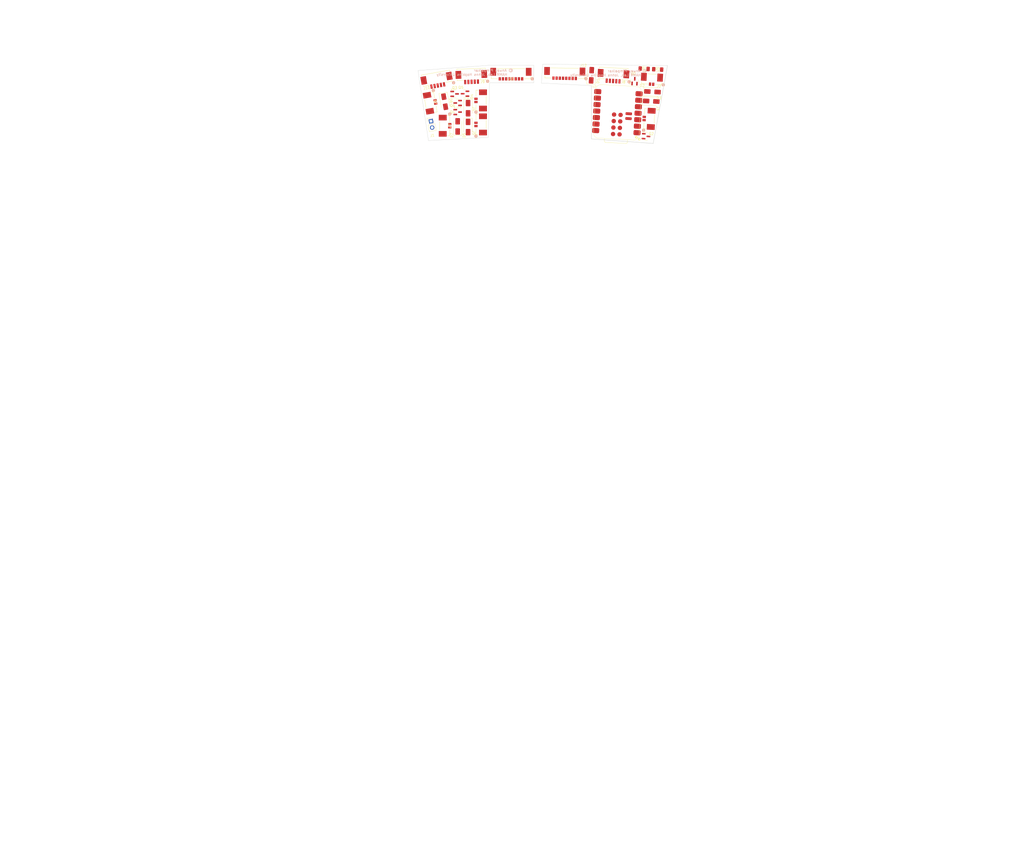
<source format=kicad_pcb>
(kicad_pcb (version 20241229) (generator "pcbnew") (generator_version "9.0")
  (layers (0 "F.Cu" signal) (2 "B.Cu" signal) (13 "F.Paste" user) (15 "B.Paste" user) (5 "F.SilkS" user "F.Silkscreen") (7 "B.SilkS" user "B.Silkscreen") (1 "F.Mask" user) (3 "B.Mask" user) (25 "Edge.Cuts" user))
  (net 0 "")
  (net 1 "5V")
  (net 2 "Net-(D3-A)")
  (net 3 "Net-(D4-A)")
  (net 4 "GND")
  (net 5 "Net-(D5-A)")
  (net 6 "V1")
  (net 7 "V2")
  (net 8 "BATTERY")
  (net 11 "SDA")
  (net 12 "SCL")
  (net 13 "Net-(D6-A)")
  (net 14 "Net-(D7-A)")
  (net 15 "3V3")
  (net 16 "Net-(D1-K)")
  (net 17 "Net-(D2-A)")
  (net 27 "V3")
  (net 28 "V4")
  (net 29 "V5")
  (net 30 "V6")
  (net 32 "5V_1")
  (net 33 "GND_1")
  (net 34 "SDA_1")
  (net 35 "SCL_1")
  (net 36 "V3_1")
  (net 37 "V5_1")
  (net 38 "V6_1")
  (net 39 "V4_1")
  (footprint "Package_TO_SOT_SMD:SOT-23" (layer "F.Cu") (at 227.780291 84.203555 -3)
    (property "Reference" "Q2" (at 1.976042 -1.120954 177) (layer "F.SilkS"))
    (property "Value" "IRLML2060")
    (fp_line (start 0 1.56) (end -0.65 1.56) (stroke (width 0.12)) (layer "F.SilkS"))
    (fp_line (start 0 1.56) (end 0.65 1.56) (stroke (width 0.12)) (layer "F.SilkS"))
    (fp_line (start 0 -1.56) (end -0.65 -1.56) (stroke (width 0.12)) (layer "F.SilkS"))
    (fp_line (start 0 -1.56) (end 0.65 -1.56) (stroke (width 0.12)) (layer "F.SilkS"))
    (fp_poly (pts (xy -1.1625 -1.51) (xy -1.4025 -1.84) (xy -0.9225 -1.84)) (stroke (width 0.12)) (fill yes) (layer "F.SilkS"))
    (pad "1" smd roundrect (at -0.9375 -0.95 357) (size 1.475 0.6) (layers "F.Cu" "F.Mask" "F.Paste") (net 7 "V2"))
    (pad "2" smd roundrect (at -0.9375 0.95 357) (size 1.475 0.6) (layers "F.Cu" "F.Mask" "F.Paste") (net 33 "GND_1"))
    (pad "3" smd roundrect (at 0.9375 0 357) (size 1.475 0.6) (layers "F.Cu" "F.Mask" "F.Paste") (net 2 "Net-(D3-A)"))
  )
  (footprint "Diode_SMD:D_SMA" (layer "F.Cu") (at 149.093111 70.668021 -80)
    (property "Reference" "D6" (at -0.000001 -2.5 100) (layer "F.SilkS"))
    (property "Value" "1N5819")
    (fp_line (start -3.51 1.65) (end 2 1.65) (stroke (width 0.12)) (layer "F.SilkS"))
    (fp_line (start -3.51 -1.65) (end -3.51 1.65) (stroke (width 0.12)) (layer "F.SilkS"))
    (fp_line (start -3.51 -1.65) (end 2 -1.65) (stroke (width 0.12)) (layer "F.SilkS"))
    (pad "1" smd roundrect (at -2.000001 0.000002 280) (size 2.5 1.8) (layers "F.Cu" "F.Mask" "F.Paste") (roundrect_rratio 0.1388888889) (net 1 "5V"))
    (pad "2" smd roundrect (at 2.000001 -0.000002 280) (size 2.5 1.8) (layers "F.Cu" "F.Mask" "F.Paste") (roundrect_rratio 0.1388888889) (net 13 "Net-(D6-A)"))
  )
  (footprint "Pneumatactors:CONN08_533980871_MOL" (layer "F.Cu") (at 175.001111 59.738221)
    (property "Reference" "J11" (at 0 1.9958 0) (layer "F.SilkS"))
    (property "Value" "532610871")
    (fp_line (start -7.6962 1.12794) (end -7.6962 1.9812) (stroke (width 0.1524)) (layer "F.SilkS"))
    (fp_line (start -7.6962 1.9812) (end -5.15224 1.9812) (stroke (width 0.1524)) (layer "F.SilkS"))
    (fp_line (start 5.15224 1.9812) (end 7.6962 1.9812) (stroke (width 0.1524)) (layer "F.SilkS"))
    (fp_line (start 5.48736 -1.9812) (end -5.48736 -1.9812) (stroke (width 0.1524)) (layer "F.SilkS"))
    (fp_line (start 7.6962 1.9812) (end 7.6962 1.12794) (stroke (width 0.1524)) (layer "F.SilkS"))
    (fp_circle (center 8.3312 1.9958) (end 8.7122 1.9958) (stroke (width 0.508)) (fill no) (layer "F.SilkS"))
    (fp_circle (center 8.3312 1.9958) (end 8.7122 1.9958) (stroke (width 0.508)) (fill no) (layer "B.SilkS"))
    (pad "1" smd rect (at 4.375 1.9958) (size 0.889 1.2954) (layers "F.Cu" "F.Mask" "F.Paste") (net 1 "5V"))
    (pad "2" smd rect (at 3.125 1.9958) (size 0.889 1.2954) (layers "F.Cu" "F.Mask" "F.Paste") (net 4 "GND"))
    (pad "3" smd rect (at 1.875 1.9958) (size 0.889 1.2954) (layers "F.Cu" "F.Mask" "F.Paste") (net 11 "SDA"))
    (pad "4" smd rect (at 0.625 1.9958) (size 0.889 1.2954) (layers "F.Cu" "F.Mask" "F.Paste") (net 12 "SCL"))
    (pad "5" smd rect (at -0.625 1.9958) (size 0.889 1.2954) (layers "F.Cu" "F.Mask" "F.Paste") (net 27 "V3"))
    (pad "6" smd rect (at -1.875 1.9958) (size 0.889 1.2954) (layers "F.Cu" "F.Mask" "F.Paste") (net 28 "V4"))
    (pad "7" smd rect (at -3.125 1.9958) (size 0.889 1.2954) (layers "F.Cu" "F.Mask" "F.Paste") (net 29 "V5"))
    (pad "8" smd rect (at -4.375 1.9958) (size 0.889 1.2954) (layers "F.Cu" "F.Mask" "F.Paste") (net 30 "V6"))
    (pad "9" smd rect (at -6.925 -0.7542) (size 2.2098 3.0988) (layers "F.Cu" "F.Mask" "F.Paste"))
    (pad "10" smd rect (at 6.925 -0.7542) (size 2.2098 3.0988) (layers "F.Cu" "F.Mask" "F.Paste"))
  )
  (footprint "Pneumatactors:CONN02_533984002_MOL" (layer "F.Cu") (at 163.317111 70.160021 -90)
    (property "Reference" "J4" (at 3.302 2.794 270) (layer "F.SilkS"))
    (property "Value" "Valve_3")
    (fp_line (start -3.9497 1.9812) (end -1.40224 1.9812) (stroke (width 0.1524)) (layer "F.SilkS"))
    (fp_line (start 1.40224 1.9812) (end 3.9497 1.9812) (stroke (width 0.1524)) (layer "F.SilkS"))
    (fp_line (start 3.9497 1.9812) (end 3.9497 1.12794) (stroke (width 0.1524)) (layer "F.SilkS"))
    (fp_line (start -3.9497 1.12794) (end -3.9497 1.9812) (stroke (width 0.1524)) (layer "F.SilkS"))
    (fp_line (start 1.73736 -1.9812) (end -1.73736 -1.9812) (stroke (width 0.1524)) (layer "F.SilkS"))
    (fp_circle (center 4.5847 1.9958) (end 4.9657 1.9958) (stroke (width 0.508)) (fill no) (layer "F.SilkS"))
    (fp_circle (center 4.5847 1.9958) (end 4.9657 1.9958) (stroke (width 0.508)) (fill no) (layer "B.SilkS"))
    (pad "1" smd rect (at 0.625 1.9958 270) (size 0.889 1.2954) (layers "F.Cu" "F.Mask" "F.Paste") (net 3 "Net-(D4-A)"))
    (pad "2" smd rect (at -0.625 1.9958 270) (size 0.889 1.2954) (layers "F.Cu" "F.Mask" "F.Paste") (net 1 "5V"))
    (pad "3" smd rect (at -3.175 -0.7542 270) (size 2.2098 3.0988) (layers "F.Cu" "F.Mask" "F.Paste"))
    (pad "4" smd rect (at 3.175 -0.7542 270) (size 2.2098 3.0988) (layers "F.Cu" "F.Mask" "F.Paste"))
  )
  (footprint "Resistor_SMD:R_1206_3216Metric_Pad1.30x1.75mm_HandSolder" (layer "F.Cu") (at 227.042167 57.787555 -3)
    (property "Reference" "R1" (at 0.023843 -0.00125 177) (layer "F.SilkS"))
    (property "Value" "10k")
    (fp_line (start -0.727064 0.91) (end 0.727064 0.91) (stroke (width 0.12)) (layer "F.SilkS"))
    (fp_line (start -0.727064 -0.91) (end 0.727064 -0.91) (stroke (width 0.12)) (layer "F.SilkS"))
    (pad "1" smd roundrect (at -1.55 0 357) (size 1.3 1.75) (layers "F.Cu" "F.Mask" "F.Paste") (roundrect_rratio 0.192308) (net 34 "SDA_1"))
    (pad "2" smd roundrect (at 1.55 0 357) (size 1.3 1.75) (layers "F.Cu" "F.Mask" "F.Paste") (roundrect_rratio 0.192308) (net 15 "3V3"))
  )
  (footprint "Pneumatactors:CONN08_533980871_MOL" (layer "F.Cu") (at 196.008789 59.525704 -1)
    (property "Reference" "J12" (at 7.209679 -3.175678 359) (layer "F.SilkS"))
    (property "Value" "532610871")
    (fp_line (start -7.6962 1.9812) (end -5.15224 1.9812) (stroke (width 0.1524)) (layer "F.SilkS"))
    (fp_line (start -7.696201 1.12794) (end -7.6962 1.9812) (stroke (width 0.1524)) (layer "F.SilkS"))
    (fp_line (start 5.152239 1.9812) (end 7.6962 1.981201) (stroke (width 0.1524)) (layer "F.SilkS"))
    (fp_line (start 5.48736 -1.9812) (end -5.48736 -1.9812) (stroke (width 0.1524)) (layer "F.SilkS"))
    (fp_line (start 7.6962 1.981201) (end 7.696198 1.12794) (stroke (width 0.1524)) (layer "F.SilkS"))
    (fp_circle (center 8.331199 1.995801) (end 8.712199 1.9958) (stroke (width 0.508)) (fill no) (layer "F.SilkS"))
    (fp_circle (center 8.331199 1.995801) (end 8.712199 1.9958) (stroke (width 0.508)) (fill no) (layer "B.SilkS"))
    (pad "1" smd rect (at 4.375 1.995801 359) (size 0.889 1.2954) (layers "F.Cu" "F.Mask" "F.Paste") (net 38 "V6_1"))
    (pad "2" smd rect (at 3.125 1.9958 359) (size 0.889 1.2954) (layers "F.Cu" "F.Mask" "F.Paste") (net 37 "V5_1"))
    (pad "3" smd rect (at 1.875 1.995801 359) (size 0.889 1.2954) (layers "F.Cu" "F.Mask" "F.Paste") (net 39 "V4_1"))
    (pad "4" smd rect (at 0.625 1.9958 359) (size 0.889 1.2954) (layers "F.Cu" "F.Mask" "F.Paste") (net 36 "V3_1"))
    (pad "5" smd rect (at -0.625 1.9958 359) (size 0.889 1.2954) (layers "F.Cu" "F.Mask" "F.Paste") (net 35 "SCL_1"))
    (pad "6" smd rect (at -1.875 1.9958 359) (size 0.889 1.2954) (layers "F.Cu" "F.Mask" "F.Paste") (net 34 "SDA_1"))
    (pad "7" smd rect (at -3.124999 1.9958 359) (size 0.889 1.2954) (layers "F.Cu" "F.Mask" "F.Paste") (net 33 "GND_1"))
    (pad "8" smd rect (at -4.375 1.9958 359) (size 0.889 1.2954) (layers "F.Cu" "F.Mask" "F.Paste") (net 32 "5V_1"))
    (pad "9" smd rect (at -6.924999 -0.7542 359) (size 2.2098 3.0988) (layers "F.Cu" "F.Mask" "F.Paste"))
    (pad "10" smd rect (at 6.925 -0.754201 359) (size 2.2098 3.0988) (layers "F.Cu" "F.Mask" "F.Paste"))
  )
  (footprint "XIAO-ESP32S3:XIAO-ESP32S3-SMD" (layer "F.Cu") (at 216.604291 74.805555 177)
    (property "Reference" "U2" (at 10.397571 9.120332 177) (layer "F.SilkS") (effects (font (size 0.78232 0.78232) (thickness 0.10668)) (justify left bottom)))
    (property "Value" "SeeeduinoXIAO")
    (fp_line (start 8.883636 8.56) (end 8.883636 -8.585) (stroke (width 0.1)) (layer "F.SilkS"))
    (fp_line (start 6.978636 -10.49) (end -6.991364 -10.49) (stroke (width 0.1)) (layer "F.SilkS"))
    (fp_line (start 4.497636 -11.5) (end 4.497636 -10.49) (stroke (width 0.127)) (layer "F.SilkS"))
    (fp_line (start -3.997636 -12) (end 3.997636 -12) (stroke (width 0.127)) (layer "F.SilkS"))
    (fp_line (start -4.501364 -10.49) (end -4.497636 -11.500272) (stroke (width 0.127)) (layer "F.SilkS"))
    (fp_line (start -6.991364 10.465) (end 6.978636 10.465) (stroke (width 0.1)) (layer "F.SilkS"))
    (fp_line (start -8.896364 8.56) (end -8.896364 -8.585) (stroke (width 0.1)) (layer "F.SilkS"))
    (fp_arc (start 8.883636 8.56) (mid 8.325674 9.907038) (end 6.978636 10.465) (stroke (width 0.1)) (layer "F.SilkS"))
    (fp_arc (start 6.978636 -10.49) (mid 8.325674 -9.932038) (end 8.883636 -8.585) (stroke (width 0.1)) (layer "F.SilkS"))
    (fp_arc (start 3.997636 -12) (mid 4.351189 -11.853553) (end 4.497636 -11.5) (stroke (width 0.127)) (layer "F.SilkS"))
    (fp_arc (start -4.497636 -11.500272) (mid -4.351088 -11.853644) (end -3.997636 -12) (stroke (width 0.127)) (layer "F.SilkS"))
    (fp_arc (start -6.991364 10.465) (mid -8.338402 9.90704) (end -8.896364 8.56) (stroke (width 0.1)) (layer "F.SilkS"))
    (fp_arc (start -8.896364 -8.589) (mid -8.338402 -9.936038) (end -6.991364 -10.494) (stroke (width 0.1)) (layer "F.SilkS"))
    (fp_circle (center -7.889364 -9.351) (end -7.889364 -9.605) (stroke (width 0.5)) (fill yes) (layer "F.SilkS"))
    (fp_circle (center -9.106364 -10.074) (end -9.106364 -10.328) (stroke (width 0.5)) (fill yes) (layer "F.SilkS"))
    (pad "1" smd roundrect (at -8.061364 -7.573 177) (size 2.75 2) (layers "F.Cu" "F.Mask" "F.Paste") (net 6 "V1"))
    (pad "2" smd roundrect (at -8.061364 -5.033 177) (size 2.75 2) (layers "F.Cu" "F.Mask" "F.Paste") (net 7 "V2"))
    (pad "3" smd roundrect (at -8.061364 -2.493 177) (size 2.75 2) (layers "F.Cu" "F.Mask" "F.Paste") (net 36 "V3_1"))
    (pad "4" smd roundrect (at -8.061364 0.047 177) (size 2.75 2) (layers "F.Cu" "F.Mask" "F.Paste") (net 39 "V4_1"))
    (pad "5" smd roundrect (at -8.061364 2.587 177) (size 2.75 2) (layers "F.Cu" "F.Mask" "F.Paste") (net 34 "SDA_1"))
    (pad "6" smd roundrect (at -8.061364 5.127 177) (size 2.75 2) (layers "F.Cu" "F.Mask" "F.Paste") (net 35 "SCL_1"))
    (pad "7" smd roundrect (at -8.061364 7.667 177) (size 2.75 2) (layers "F.Cu" "F.Mask" "F.Paste"))
    (pad "8" smd roundrect (at 8.103636 7.667 177) (size 2.75 2) (layers "F.Cu" "F.Mask" "F.Paste"))
    (pad "9" smd roundrect (at 8.103636 5.127 177) (size 2.75 2) (layers "F.Cu" "F.Mask" "F.Paste") (net 37 "V5_1"))
    (pad "10" smd roundrect (at 8.103636 2.587 177) (size 2.75 2) (layers "F.Cu" "F.Mask" "F.Paste") (net 38 "V6_1"))
    (pad "11" smd roundrect (at 8.103636 0.047 177) (size 2.75 2) (layers "F.Cu" "F.Mask" "F.Paste"))
    (pad "12" smd roundrect (at 8.103636 -2.493 177) (size 2.75 2) (layers "F.Cu" "F.Mask" "F.Paste") (net 15 "3V3"))
    (pad "13" smd roundrect (at 8.103636 -5.033 177) (size 2.75 2) (layers "F.Cu" "F.Mask" "F.Paste") (net 33 "GND_1"))
    (pad "14" smd roundrect (at 8.103636 -7.573 177) (size 2.75 2) (layers "F.Cu" "F.Mask" "F.Paste") (net 16 "Net-(D1-K)"))
    (pad "15" smd roundrect (at -4.451364 -0.335 357) (size 2.5 1.1) (layers "F.Cu" "F.Mask" "F.Paste"))
    (pad "16" smd roundrect (at -4.451364 -2.24 357) (size 2.5 1.1) (layers "F.Cu" "F.Mask" "F.Paste"))
    (pad "17" smd circle (at -1.276364 -8.585 177) (size 1.7 1.7) (layers "F.Cu" "F.Mask" "F.Paste"))
    (pad "18" smd circle (at 1.263636 -8.585 177) (size 1.7 1.7) (layers "F.Cu" "F.Mask" "F.Paste"))
    (pad "19" smd circle (at -1.276364 -6.045 177) (size 1.7 1.7) (layers "F.Cu" "F.Mask" "F.Paste"))
    (pad "20" smd circle (at 1.263636 -6.045 177) (size 1.7 1.7) (layers "F.Cu" "F.Mask" "F.Paste"))
    (pad "21" smd circle (at -1.276364 -3.505 177) (size 1.7 1.7) (layers "F.Cu" "F.Mask" "F.Paste"))
    (pad "22" smd circle (at 1.263636 -3.505 177) (size 1.7 1.7) (layers "F.Cu" "F.Mask" "F.Paste"))
    (pad "23" smd circle (at -1.276364 -0.965 177) (size 1.7 1.7) (layers "F.Cu" "F.Mask" "F.Paste"))
    (pad "24" smd circle (at 1.263636 -0.965 177) (size 1.7 1.7) (layers "F.Cu" "F.Mask" "F.Paste"))
  )
  (footprint "Diode_SMD:D_SMA" (layer "F.Cu") (at 206.444291 60.327555 87)
    (property "Reference" "D1" (at -2.149934 2.656159 87) (layer "F.SilkS"))
    (property "Value" "1N5819")
    (fp_line (start -3.51 -1.65) (end 2 -1.65) (stroke (width 0.12)) (layer "F.SilkS"))
    (fp_line (start -3.51 -1.65) (end -3.51 1.65) (stroke (width 0.12)) (layer "F.SilkS"))
    (fp_line (start -3.51 1.65) (end 2 1.65) (stroke (width 0.12)) (layer "F.SilkS"))
    (pad "1" smd roundrect (at -2 0 87) (size 2.5 1.8) (layers "F.Cu" "F.Mask" "F.Paste") (roundrect_rratio 0.1388888889) (net 16 "Net-(D1-K)"))
    (pad "2" smd roundrect (at 2 0 87) (size 2.5 1.8) (layers "F.Cu" "F.Mask" "F.Paste") (roundrect_rratio 0.1388888889) (net 32 "5V_1"))
  )
  (footprint "Connector_PinHeader_2.54mm:PinHeader_1x02_P2.54mm_Vertical" (layer "F.Cu") (at 143.759111 78.288021 10)
    (property "Reference" "J1" (at -0.470064 5.591319 10) (layer "F.SilkS"))
    (property "Value" "Conn_01x02_Pin")
    (fp_line (start -1.38 -1.38) (end 0.000001 -1.38) (stroke (width 0.12)) (layer "F.SilkS"))
    (fp_line (start -1.38 -0.000001) (end -1.38 -1.38) (stroke (width 0.12)) (layer "F.SilkS"))
    (fp_line (start -1.38 1.27) (end -1.38 3.92) (stroke (width 0.12)) (layer "F.SilkS"))
    (fp_line (start -1.38 1.27) (end 1.38 1.27) (stroke (width 0.12)) (layer "F.SilkS"))
    (fp_line (start -1.38 3.92) (end 1.38 3.92) (stroke (width 0.12)) (layer "F.SilkS"))
    (fp_line (start 1.38 1.27) (end 1.38 3.92) (stroke (width 0.12)) (layer "F.SilkS"))
    (pad "1" thru_hole rect (at 0 0 10) (size 1.7 1.7) (drill 1) (layers "*.Cu" "*.Mask") (net 4 "GND"))
    (pad "2" thru_hole circle (at 0 2.54 10) (size 1.7 1.7) (drill 1) (layers "*.Cu" "*.Mask") (net 8 "BATTERY"))
  )
  (footprint "Package_TO_SOT_SMD:SOT-23" (layer "F.Cu") (at 152.981611 67.620021)
    (property "Reference" "Q3" (at 0 -2.4 0) (layer "F.SilkS"))
    (property "Value" "IRLML2060")
    (fp_line (start 0 -1.56) (end -0.65 -1.56) (stroke (width 0.12)) (layer "F.SilkS"))
    (fp_line (start 0 -1.56) (end 0.65 -1.56) (stroke (width 0.12)) (layer "F.SilkS"))
    (fp_line (start 0 1.56) (end -0.65 1.56) (stroke (width 0.12)) (layer "F.SilkS"))
    (fp_line (start 0 1.56) (end 0.65 1.56) (stroke (width 0.12)) (layer "F.SilkS"))
    (fp_poly (pts (xy -1.1625 -1.51) (xy -1.4025 -1.84) (xy -0.9225 -1.84)) (stroke (width 0.12)) (fill yes) (layer "F.SilkS"))
    (pad "1" smd roundrect (at -0.9375 -0.95) (size 1.475 0.6) (layers "F.Cu" "F.Mask" "F.Paste") (net 27 "V3"))
    (pad "2" smd roundrect (at -0.9375 0.95) (size 1.475 0.6) (layers "F.Cu" "F.Mask" "F.Paste") (net 4 "GND"))
    (pad "3" smd roundrect (at 0.9375 0) (size 1.475 0.6) (layers "F.Cu" "F.Mask" "F.Paste") (net 3 "Net-(D4-A)"))
  )
  (footprint "Diode_SMD:D_SMA" (layer "F.Cu") (at 230.28555 66.782227 -3)
    (property "Reference" "D2" (at -4.148855 -2.176521 177) (layer "F.SilkS"))
    (property "Value" "1N5819")
    (fp_line (start -3.51 1.65) (end 2 1.65) (stroke (width 0.12)) (layer "F.SilkS"))
    (fp_line (start -3.51 -1.65) (end -3.51 1.65) (stroke (width 0.12)) (layer "F.SilkS"))
    (fp_line (start -3.51 -1.65) (end 2 -1.65) (stroke (width 0.12)) (layer "F.SilkS"))
    (pad "1" smd roundrect (at -2 0 357) (size 2.5 1.8) (layers "F.Cu" "F.Mask" "F.Paste") (roundrect_rratio 0.1388888889) (net 32 "5V_1"))
    (pad "2" smd roundrect (at 2 0 357) (size 2.5 1.8) (layers "F.Cu" "F.Mask" "F.Paste") (roundrect_rratio 0.1388888889) (net 17 "Net-(D2-A)"))
  )
  (footprint "Pneumatactors:CONN_532610001-SD_05_MOL" (layer "F.Cu") (at 215.055613 59.684129 -3)
    (property "Reference" "J8" (at 3.977592 3.098075 357) (layer "F.SilkS"))
    (property "Value" "532610571")
    (fp_line (start -5.6261 2.2225) (end -3.23914 2.2225) (stroke (width 0.1524)) (layer "F.SilkS"))
    (fp_line (start -5.6261 1.886641) (end -5.6261 2.2225) (stroke (width 0.1524)) (layer "F.SilkS"))
    (fp_line (start -5.6261 -2.2225) (end -5.6261 -1.877639) (stroke (width 0.1524)) (layer "F.SilkS"))
    (fp_line (start 3.23914 2.2225) (end 5.6261 2.2225) (stroke (width 0.1524)) (layer "F.SilkS"))
    (fp_line (start 5.6261 2.2225) (end 5.6261 1.886641) (stroke (width 0.1524)) (layer "F.SilkS"))
    (fp_line (start 5.6261 -1.877639) (end 5.6261 -2.2225) (stroke (width 0.1524)) (layer "F.SilkS"))
    (fp_line (start 5.6261 -2.2225) (end -5.6261 -2.2225) (stroke (width 0.1524)) (layer "F.SilkS"))
    (fp_circle (center 6.2611 2.9045) (end 6.6421 2.9045) (stroke (width 0.508)) (fill no) (layer "F.SilkS"))
    (fp_circle (center 6.2611 2.9045) (end 6.6421 2.9045) (stroke (width 0.508)) (fill no) (layer "B.SilkS"))
    (pad "1" smd rect (at 2.5 2.9045 357) (size 0.8128 1.7018) (layers "F.Cu" "F.Mask" "F.Paste"))
    (pad "2" smd rect (at 1.25 2.9045 357) (size 0.8128 1.7018) (layers "F.Cu" "F.Mask" "F.Paste") (net 33 "GND_1"))
    (pad "3" smd rect (at 0 2.9045 357) (size 0.8128 1.7018) (layers "F.Cu" "F.Mask" "F.Paste") (net 35 "SCL_1"))
    (pad "4" smd rect (at -1.25 2.9045 357) (size 0.8128 1.7018) (layers "F.Cu" "F.Mask" "F.Paste") (net 34 "SDA_1"))
    (pad "5" smd rect (at -2.5 2.9045 357) (size 0.8128 1.7018) (layers "F.Cu" "F.Mask" "F.Paste") (net 32 "5V_1"))
    (pad "6" smd rect (at -5.05 0.004501 357) (size 2.2098 3.0988) (layers "F.Cu" "F.Mask" "F.Paste"))
    (pad "7" smd rect (at 5.05 0.004501 357) (size 2.2098 3.0988) (layers "F.Cu" "F.Mask" "F.Paste"))
  )
  (footprint "Diode_SMD:D_SMA" (layer "F.Cu") (at 229.812291 70.487555 -3)
    (property "Reference" "D3" (at 2.977356 -1.427782 177) (layer "F.SilkS"))
    (property "Value" "1N5819")
    (fp_line (start -3.51 1.65) (end 2 1.65) (stroke (width 0.12)) (layer "F.SilkS"))
    (fp_line (start -3.51 -1.65) (end -3.51 1.65) (stroke (width 0.12)) (layer "F.SilkS"))
    (fp_line (start -3.51 -1.65) (end 2 -1.65) (stroke (width 0.12)) (layer "F.SilkS"))
    (pad "1" smd roundrect (at -2 0 357) (size 2.5 1.8) (layers "F.Cu" "F.Mask" "F.Paste") (roundrect_rratio 0.1388888889) (net 32 "5V_1"))
    (pad "2" smd roundrect (at 2 0 357) (size 2.5 1.8) (layers "F.Cu" "F.Mask" "F.Paste") (roundrect_rratio 0.1388888889) (net 2 "Net-(D3-A)"))
  )
  (footprint "Pneumatactors:CONN02_533984002_MOL" (layer "F.Cu") (at 149.093111 80.066021 90)
    (property "Reference" "J7" (at 0 1.9958 90) (layer "F.SilkS"))
    (property "Value" "Valve_6")
    (fp_line (start 1.73736 -1.9812) (end -1.73736 -1.9812) (stroke (width 0.1524)) (layer "F.SilkS"))
    (fp_line (start -3.9497 1.12794) (end -3.9497 1.9812) (stroke (width 0.1524)) (layer "F.SilkS"))
    (fp_line (start 3.9497 1.9812) (end 3.9497 1.12794) (stroke (width 0.1524)) (layer "F.SilkS"))
    (fp_line (start 1.40224 1.9812) (end 3.9497 1.9812) (stroke (width 0.1524)) (layer "F.SilkS"))
    (fp_line (start -3.9497 1.9812) (end -1.40224 1.9812) (stroke (width 0.1524)) (layer "F.SilkS"))
    (fp_circle (center 4.5847 1.9958) (end 4.9657 1.9958) (stroke (width 0.508)) (fill no) (layer "F.SilkS"))
    (fp_circle (center 4.5847 1.9958) (end 4.9657 1.9958) (stroke (width 0.508)) (fill no) (layer "B.SilkS"))
    (pad "1" smd rect (at 0.625 1.9958 90) (size 0.889 1.2954) (layers "F.Cu" "F.Mask" "F.Paste") (net 14 "Net-(D7-A)"))
    (pad "2" smd rect (at -0.625 1.9958 90) (size 0.889 1.2954) (layers "F.Cu" "F.Mask" "F.Paste") (net 1 "5V"))
    (pad "3" smd rect (at -3.175 -0.7542 90) (size 2.2098 3.0988) (layers "F.Cu" "F.Mask" "F.Paste"))
    (pad "4" smd rect (at 3.175 -0.7542 90) (size 2.2098 3.0988) (layers "F.Cu" "F.Mask" "F.Paste"))
  )
  (footprint "Pneumatactors:CONN_532610001-SD_05_MOL" (layer "F.Cu") (at 159.507111 60.000021 2)
    (property "Reference" "J9" (at 4.318 3.048 2) (layer "F.SilkS"))
    (property "Value" "532610571")
    (fp_line (start -5.6261 -2.2225) (end -5.6261 -1.877639) (stroke (width 0.1524)) (layer "F.SilkS"))
    (fp_line (start -5.6261 1.886641) (end -5.6261 2.2225) (stroke (width 0.1524)) (layer "F.SilkS"))
    (fp_line (start -5.6261 2.2225) (end -3.23914 2.2225) (stroke (width 0.1524)) (layer "F.SilkS"))
    (fp_line (start 3.23914 2.2225) (end 5.6261 2.2225) (stroke (width 0.1524)) (layer "F.SilkS"))
    (fp_line (start 5.6261 -2.2225) (end -5.6261 -2.2225) (stroke (width 0.1524)) (layer "F.SilkS"))
    (fp_line (start 5.6261 -1.877639) (end 5.6261 -2.2225) (stroke (width 0.1524)) (layer "F.SilkS"))
    (fp_line (start 5.6261 2.2225) (end 5.6261 1.886641) (stroke (width 0.1524)) (layer "F.SilkS"))
    (fp_circle (center 6.2611 2.9045) (end 6.6421 2.9045) (stroke (width 0.508)) (fill no) (layer "F.SilkS"))
    (fp_circle (center 6.2611 2.9045) (end 6.6421 2.9045) (stroke (width 0.508)) (fill no) (layer "B.SilkS"))
    (pad "1" smd rect (at 2.5 2.9045 2) (size 0.8128 1.7018) (layers "F.Cu" "F.Mask" "F.Paste"))
    (pad "2" smd rect (at 1.25 2.9045 2) (size 0.8128 1.7018) (layers "F.Cu" "F.Mask" "F.Paste") (net 4 "GND"))
    (pad "3" smd rect (at 0 2.9045 2) (size 0.8128 1.7018) (layers "F.Cu" "F.Mask" "F.Paste") (net 12 "SCL"))
    (pad "4" smd rect (at -1.25 2.9045 2) (size 0.8128 1.7018) (layers "F.Cu" "F.Mask" "F.Paste") (net 11 "SDA"))
    (pad "5" smd rect (at -2.5 2.9045 2) (size 0.8128 1.7018) (layers "F.Cu" "F.Mask" "F.Paste") (net 1 "5V"))
    (pad "6" smd rect (at -5.05 0.004501 2) (size 2.2098 3.0988) (layers "F.Cu" "F.Mask" "F.Paste"))
    (pad "7" smd rect (at 5.05 0.004501 2) (size 2.2098 3.0988) (layers "F.Cu" "F.Mask" "F.Paste"))
  )
  (footprint "Package_TO_SOT_SMD:SOT-23" (layer "F.Cu") (at 154.173111 71.176021 180)
    (property "Reference" "Q6" (at 2.032 -1.016 0) (layer "F.SilkS"))
    (property "Value" "IRLML2060")
    (fp_line (start 0 1.56) (end 0.65 1.56) (stroke (width 0.12)) (layer "F.SilkS"))
    (fp_line (start 0 1.56) (end -0.65 1.56) (stroke (width 0.12)) (layer "F.SilkS"))
    (fp_line (start 0 -1.56) (end 0.65 -1.56) (stroke (width 0.12)) (layer "F.SilkS"))
    (fp_line (start 0 -1.56) (end -0.65 -1.56) (stroke (width 0.12)) (layer "F.SilkS"))
    (fp_poly (pts (xy -1.1625 -1.51) (xy -1.4025 -1.84) (xy -0.9225 -1.84)) (stroke (width 0.12)) (fill yes) (layer "F.SilkS"))
    (pad "1" smd roundrect (at -0.9375 -0.95 180) (size 1.475 0.6) (layers "F.Cu" "F.Mask" "F.Paste") (net 30 "V6"))
    (pad "2" smd roundrect (at -0.9375 0.95 180) (size 1.475 0.6) (layers "F.Cu" "F.Mask" "F.Paste") (net 4 "GND"))
    (pad "3" smd roundrect (at 0.9375 0 180) (size 1.475 0.6) (layers "F.Cu" "F.Mask" "F.Paste") (net 14 "Net-(D7-A)"))
  )
  (footprint "Resistor_SMD:R_1206_3216Metric_Pad1.30x1.75mm_HandSolder" (layer "F.Cu") (at 232.328415 58.041555 -3)
    (property "Reference" "R2" (at 0.023843 -0.00125 177) (layer "F.SilkS"))
    (property "Value" "10k")
    (fp_line (start -0.727064 0.91) (end 0.727064 0.91) (stroke (width 0.12)) (layer "F.SilkS"))
    (fp_line (start -0.727064 -0.91) (end 0.727064 -0.91) (stroke (width 0.12)) (layer "F.SilkS"))
    (pad "1" smd roundrect (at -1.55 0 357) (size 1.3 1.75) (layers "F.Cu" "F.Mask" "F.Paste") (roundrect_rratio 0.192308) (net 35 "SCL_1"))
    (pad "2" smd roundrect (at 1.55 0 357) (size 1.3 1.75) (layers "F.Cu" "F.Mask" "F.Paste") (roundrect_rratio 0.192308) (net 15 "3V3"))
  )
  (footprint "Package_TO_SOT_SMD:SOT-23" (layer "F.Cu") (at 157.045611 67.554021 180)
    (property "Reference" "Q5" (at 1.6025 2.474 0) (layer "F.SilkS"))
    (property "Value" "IRLML2060")
    (fp_line (start 0 1.56) (end 0.65 1.56) (stroke (width 0.12)) (layer "F.SilkS"))
    (fp_line (start 0 1.56) (end -0.65 1.56) (stroke (width 0.12)) (layer "F.SilkS"))
    (fp_line (start 0 -1.56) (end 0.65 -1.56) (stroke (width 0.12)) (layer "F.SilkS"))
    (fp_line (start 0 -1.56) (end -0.65 -1.56) (stroke (width 0.12)) (layer "F.SilkS"))
    (fp_poly (pts (xy -1.1625 -1.51) (xy -1.4025 -1.84) (xy -0.9225 -1.84)) (stroke (width 0.12)) (fill yes) (layer "F.SilkS"))
    (pad "1" smd roundrect (at -0.9375 -0.95 180) (size 1.475 0.6) (layers "F.Cu" "F.Mask" "F.Paste") (net 29 "V5"))
    (pad "2" smd roundrect (at -0.9375 0.95 180) (size 1.475 0.6) (layers "F.Cu" "F.Mask" "F.Paste") (net 4 "GND"))
    (pad "3" smd roundrect (at 0.9375 0 180) (size 1.475 0.6) (layers "F.Cu" "F.Mask" "F.Paste") (net 13 "Net-(D6-A)"))
  )
  (footprint "Pneumatactors:CONN02_533984002_MOL" (layer "F.Cu") (at 230.066291 61.851555 -3)
    (property "Reference" "J2" (at 2.936398 2.643944 357) (layer "F.SilkS"))
    (property "Value" "Valve_1")
    (fp_line (start -3.9497 1.9812) (end -1.40224 1.9812) (stroke (width 0.1524)) (layer "F.SilkS"))
    (fp_line (start -3.9497 1.12794) (end -3.9497 1.9812) (stroke (width 0.1524)) (layer "F.SilkS"))
    (fp_line (start 1.40224 1.9812) (end 3.9497 1.9812) (stroke (width 0.1524)) (layer "F.SilkS"))
    (fp_line (start 1.73736 -1.9812) (end -1.73736 -1.9812) (stroke (width 0.1524)) (layer "F.SilkS"))
    (fp_line (start 3.9497 1.9812) (end 3.9497 1.12794) (stroke (width 0.1524)) (layer "F.SilkS"))
    (fp_circle (center 4.5847 1.9958) (end 4.9657 1.995797) (stroke (width 0.508)) (fill no) (layer "F.SilkS"))
    (fp_circle (center 4.5847 1.9958) (end 4.9657 1.995797) (stroke (width 0.508)) (fill no) (layer "B.SilkS"))
    (pad "1" smd rect (at 0.625 1.9958 357) (size 0.889 1.2954) (layers "F.Cu" "F.Mask" "F.Paste") (net 17 "Net-(D2-A)"))
    (pad "2" smd rect (at -0.625 1.9958 357) (size 0.889 1.2954) (layers "F.Cu" "F.Mask" "F.Paste") (net 32 "5V_1"))
    (pad "3" smd rect (at -3.175 -0.7542 357) (size 2.2098 3.0988) (layers "F.Cu" "F.Mask" "F.Paste"))
    (pad "4" smd rect (at 3.175 -0.7542 357) (size 2.2098 3.0988) (layers "F.Cu" "F.Mask" "F.Paste"))
  )
  (footprint "Package_TO_SOT_SMD:SOT-23" (layer "F.Cu") (at 223.324658 62.643621 87)
    (property "Reference" "Q1" (at 3.054464 -0.530953 177) (layer "F.SilkS"))
    (property "Value" "IRLML2060")
    (fp_line (start 0 -1.56) (end -0.65 -1.56) (stroke (width 0.12)) (layer "F.SilkS"))
    (fp_line (start 0 -1.56) (end 0.65 -1.56) (stroke (width 0.12)) (layer "F.SilkS"))
    (fp_line (start 0 1.56) (end -0.65 1.56) (stroke (width 0.12)) (layer "F.SilkS"))
    (fp_line (start 0 1.56) (end 0.65 1.56) (stroke (width 0.12)) (layer "F.SilkS"))
    (fp_poly (pts (xy -1.1625 -1.51) (xy -1.4025 -1.84) (xy -0.9225 -1.84)) (stroke (width 0.12)) (fill yes) (layer "F.SilkS"))
    (pad "1" smd roundrect (at -0.9375 -0.95 87) (size 1.475 0.6) (layers "F.Cu" "F.Mask" "F.Paste") (net 6 "V1"))
    (pad "2" smd roundrect (at -0.9375 0.95 87) (size 1.475 0.6) (layers "F.Cu" "F.Mask" "F.Paste") (net 33 "GND_1"))
    (pad "3" smd roundrect (at 0.9375 0 87) (size 1.475 0.6) (layers "F.Cu" "F.Mask" "F.Paste") (net 17 "Net-(D2-A)"))
  )
  (footprint "Pneumatactors:CONN_532610001-SD_05_MOL" (layer "F.Cu") (at 145.901111 61.478021 10)
    (property "Reference" "J10" (at -4.42253 3.145158 10) (layer "F.SilkS"))
    (property "Value" "532610571")
    (fp_line (start -5.6261 -2.2225) (end -5.6261 -1.877638) (stroke (width 0.1524)) (layer "F.SilkS"))
    (fp_line (start -5.6261 1.886641) (end -5.6261 2.2225) (stroke (width 0.1524)) (layer "F.SilkS"))
    (fp_line (start -5.6261 2.2225) (end -3.23914 2.222499) (stroke (width 0.1524)) (layer "F.SilkS"))
    (fp_line (start 3.23914 2.222499) (end 5.6261 2.2225) (stroke (width 0.1524)) (layer "F.SilkS"))
    (fp_line (start 5.6261 -2.2225) (end -5.6261 -2.2225) (stroke (width 0.1524)) (layer "F.SilkS"))
    (fp_line (start 5.6261 -1.877639) (end 5.6261 -2.2225) (stroke (width 0.1524)) (layer "F.SilkS"))
    (fp_line (start 5.6261 2.2225) (end 5.6261 1.886641) (stroke (width 0.1524)) (layer "F.SilkS"))
    (fp_circle (center 6.2611 2.9045) (end 6.642099 2.9045) (stroke (width 0.508)) (fill no) (layer "F.SilkS"))
    (fp_circle (center 6.2611 2.9045) (end 6.642099 2.9045) (stroke (width 0.508)) (fill no) (layer "B.SilkS"))
    (pad "1" smd rect (at 2.499999 2.9045 10) (size 0.8128 1.7018) (layers "F.Cu" "F.Mask" "F.Paste"))
    (pad "2" smd rect (at 1.25 2.904499 10) (size 0.8128 1.7018) (layers "F.Cu" "F.Mask" "F.Paste") (net 4 "GND"))
    (pad "3" smd rect (at 0 2.9045 10) (size 0.8128 1.7018) (layers "F.Cu" "F.Mask" "F.Paste") (net 12 "SCL"))
    (pad "4" smd rect (at -1.25 2.9045 10) (size 0.8128 1.7018) (layers "F.Cu" "F.Mask" "F.Paste") (net 11 "SDA"))
    (pad "5" smd rect (at -2.500001 2.9045 10) (size 0.8128 1.7018) (layers "F.Cu" "F.Mask" "F.Paste") (net 1 "5V"))
    (pad "6" smd rect (at -5.05 0.004501 10) (size 2.2098 3.0988) (layers "F.Cu" "F.Mask" "F.Paste"))
    (pad "7" smd rect (at 5.05 0.004501 10) (size 2.2098 3.0988) (layers "F.Cu" "F.Mask" "F.Paste"))
  )
  (footprint "Diode_SMD:D_SMA" (layer "F.Cu") (at 154.173111 80.320021 90)
    (property "Reference" "D7" (at -3.556 -2.286 90) (layer "F.SilkS"))
    (property "Value" "1N5819")
    (fp_line (start -3.51 -1.65) (end 2 -1.65) (stroke (width 0.12)) (layer "F.SilkS"))
    (fp_line (start -3.51 -1.65) (end -3.51 1.65) (stroke (width 0.12)) (layer "F.SilkS"))
    (fp_line (start -3.51 1.65) (end 2 1.65) (stroke (width 0.12)) (layer "F.SilkS"))
    (pad "1" smd roundrect (at -2 0 90) (size 2.5 1.8) (layers "F.Cu" "F.Mask" "F.Paste") (roundrect_rratio 0.1388888889) (net 1 "5V"))
    (pad "2" smd roundrect (at 2 0 90) (size 2.5 1.8) (layers "F.Cu" "F.Mask" "F.Paste") (roundrect_rratio 0.1388888889) (net 14 "Net-(D7-A)"))
  )
  (footprint "Diode_SMD:D_SMA" (layer "F.Cu") (at 158.237111 80.574021 -90)
    (property "Reference" "D5" (at 3.302 1.524 270) (layer "F.SilkS"))
    (property "Value" "1N5819")
    (fp_line (start -3.51 1.65) (end 2 1.65) (stroke (width 0.12)) (layer "F.SilkS"))
    (fp_line (start -3.51 -1.65) (end -3.51 1.65) (stroke (width 0.12)) (layer "F.SilkS"))
    (fp_line (start -3.51 -1.65) (end 2 -1.65) (stroke (width 0.12)) (layer "F.SilkS"))
    (pad "1" smd roundrect (at -2 0 270) (size 2.5 1.8) (layers "F.Cu" "F.Mask" "F.Paste") (roundrect_rratio 0.1388888889) (net 1 "5V"))
    (pad "2" smd roundrect (at 2 0 270) (size 2.5 1.8) (layers "F.Cu" "F.Mask" "F.Paste") (roundrect_rratio 0.1388888889) (net 5 "Net-(D5-A)"))
  )
  (footprint "Package_TO_SOT_SMD:SOT-23" (layer "F.Cu") (at 154.173111 74.732021)
    (property "Reference" "Q4" (at -2.032 0 0) (layer "F.SilkS"))
    (property "Value" "IRLML2060")
    (fp_line (start 0 -1.56) (end -0.65 -1.56) (stroke (width 0.12)) (layer "F.SilkS"))
    (fp_line (start 0 -1.56) (end 0.65 -1.56) (stroke (width 0.12)) (layer "F.SilkS"))
    (fp_line (start 0 1.56) (end -0.65 1.56) (stroke (width 0.12)) (layer "F.SilkS"))
    (fp_line (start 0 1.56) (end 0.65 1.56) (stroke (width 0.12)) (layer "F.SilkS"))
    (fp_poly (pts (xy -1.1625 -1.51) (xy -1.4025 -1.84) (xy -0.9225 -1.84)) (stroke (width 0.12)) (fill yes) (layer "F.SilkS"))
    (pad "1" smd roundrect (at -0.9375 -0.95) (size 1.475 0.6) (layers "F.Cu" "F.Mask" "F.Paste") (net 28 "V4"))
    (pad "2" smd roundrect (at -0.9375 0.95) (size 1.475 0.6) (layers "F.Cu" "F.Mask" "F.Paste") (net 4 "GND"))
    (pad "3" smd roundrect (at 0.9375 0) (size 1.475 0.6) (layers "F.Cu" "F.Mask" "F.Paste") (net 5 "Net-(D5-A)"))
  )
  (footprint "Pneumatactors:CONN02_533984002_MOL" (layer "F.Cu") (at 163.317111 79.558021 -90)
    (property "Reference" "J5" (at 3.302 2.794 270) (layer "F.SilkS"))
    (property "Value" "Valve_4")
    (fp_line (start -3.9497 1.9812) (end -1.40224 1.9812) (stroke (width 0.1524)) (layer "F.SilkS"))
    (fp_line (start 1.40224 1.9812) (end 3.9497 1.9812) (stroke (width 0.1524)) (layer "F.SilkS"))
    (fp_line (start 3.9497 1.9812) (end 3.9497 1.12794) (stroke (width 0.1524)) (layer "F.SilkS"))
    (fp_line (start -3.9497 1.12794) (end -3.9497 1.9812) (stroke (width 0.1524)) (layer "F.SilkS"))
    (fp_line (start 1.73736 -1.9812) (end -1.73736 -1.9812) (stroke (width 0.1524)) (layer "F.SilkS"))
    (fp_circle (center 4.5847 1.9958) (end 4.9657 1.9958) (stroke (width 0.508)) (fill no) (layer "F.SilkS"))
    (fp_circle (center 4.5847 1.9958) (end 4.9657 1.9958) (stroke (width 0.508)) (fill no) (layer "B.SilkS"))
    (pad "1" smd rect (at 0.625 1.9958 270) (size 0.889 1.2954) (layers "F.Cu" "F.Mask" "F.Paste") (net 5 "Net-(D5-A)"))
    (pad "2" smd rect (at -0.625 1.9958 270) (size 0.889 1.2954) (layers "F.Cu" "F.Mask" "F.Paste") (net 1 "5V"))
    (pad "3" smd rect (at -3.175 -0.7542 270) (size 2.2098 3.0988) (layers "F.Cu" "F.Mask" "F.Paste"))
    (pad "4" smd rect (at 3.175 -0.7542 270) (size 2.2098 3.0988) (layers "F.Cu" "F.Mask" "F.Paste"))
  )
  (footprint "Diode_SMD:D_SMA" (layer "F.Cu") (at 158.237111 73.208021 -90)
    (property "Reference" "D4" (at -4.572 -1.524 90) (layer "F.SilkS"))
    (property "Value" "1N5819")
    (fp_line (start -3.51 1.65) (end 2 1.65) (stroke (width 0.12)) (layer "F.SilkS"))
    (fp_line (start -3.51 -1.65) (end -3.51 1.65) (stroke (width 0.12)) (layer "F.SilkS"))
    (fp_line (start -3.51 -1.65) (end 2 -1.65) (stroke (width 0.12)) (layer "F.SilkS"))
    (pad "1" smd roundrect (at -2 0 270) (size 2.5 1.8) (layers "F.Cu" "F.Mask" "F.Paste") (roundrect_rratio 0.1388888889) (net 1 "5V"))
    (pad "2" smd roundrect (at 2 0 270) (size 2.5 1.8) (layers "F.Cu" "F.Mask" "F.Paste") (roundrect_rratio 0.1388888889) (net 3 "Net-(D4-A)"))
  )
  (footprint "Pneumatactors:CONN02_533984002_MOL" (layer "F.Cu") (at 229.050291 77.345555 -93)
    (property "Reference" "J3" (at -4.231244 -3.084781 267) (layer "F.SilkS"))
    (property "Value" "Valve_2")
    (fp_line (start 3.9497 1.9812) (end 3.9497 1.12794) (stroke (width 0.1524)) (layer "F.SilkS"))
    (fp_line (start 1.40224 1.9812) (end 3.9497 1.9812) (stroke (width 0.1524)) (layer "F.SilkS"))
    (fp_line (start -3.9497 1.9812) (end -1.40224 1.9812) (stroke (width 0.1524)) (layer "F.SilkS"))
    (fp_line (start -3.9497 1.12794) (end -3.9497 1.9812) (stroke (width 0.1524)) (layer "F.SilkS"))
    (fp_line (start 1.73736 -1.9812) (end -1.73736 -1.9812) (stroke (width 0.1524)) (layer "F.SilkS"))
    (fp_circle (center 4.5847 1.9958) (end 4.9657 1.995797) (stroke (width 0.508)) (fill no) (layer "F.SilkS"))
    (fp_circle (center 4.5847 1.9958) (end 4.9657 1.995797) (stroke (width 0.508)) (fill no) (layer "B.SilkS"))
    (pad "1" smd rect (at 0.625 1.9958 267) (size 0.889 1.2954) (layers "F.Cu" "F.Mask" "F.Paste") (net 2 "Net-(D3-A)"))
    (pad "2" smd rect (at -0.625 1.9958 267) (size 0.889 1.2954) (layers "F.Cu" "F.Mask" "F.Paste") (net 32 "5V_1"))
    (pad "3" smd rect (at -3.175 -0.7542 267) (size 2.2098 3.0988) (layers "F.Cu" "F.Mask" "F.Paste"))
    (pad "4" smd rect (at 3.175 -0.7542 267) (size 2.2098 3.0988) (layers "F.Cu" "F.Mask" "F.Paste"))
  )
  (footprint "Pneumatactors:CONN02_533984002_MOL" (layer "F.Cu") (at 143.505111 71.122093 100)
    (property "Reference" "J6" (at 0 1.9958 100) (layer "F.SilkS"))
    (property "Value" "Valve_5")
    (fp_line (start 1.73736 -1.9812) (end -1.73736 -1.9812) (stroke (width 0.1524)) (layer "F.SilkS"))
    (fp_line (start 3.9497 1.9812) (end 3.9497 1.12794) (stroke (width 0.1524)) (layer "F.SilkS"))
    (fp_line (start 1.40224 1.9812) (end 3.9497 1.9812) (stroke (width 0.1524)) (layer "F.SilkS"))
    (fp_line (start -3.9497 1.12794) (end -3.9497 1.9812) (stroke (width 0.1524)) (layer "F.SilkS"))
    (fp_line (start -3.9497 1.9812) (end -1.40224 1.9812) (stroke (width 0.1524)) (layer "F.SilkS"))
    (fp_circle (center 4.5847 1.9958) (end 4.9657 1.9958) (stroke (width 0.508)) (fill no) (layer "F.SilkS"))
    (fp_circle (center 4.5847 1.9958) (end 4.9657 1.9958) (stroke (width 0.508)) (fill no) (layer "B.SilkS"))
    (pad "1" smd rect (at 0.625 1.9958 100) (size 0.889 1.2954) (layers "F.Cu" "F.Mask" "F.Paste") (net 13 "Net-(D6-A)"))
    (pad "2" smd rect (at -0.625 1.9958 100) (size 0.889 1.2954) (layers "F.Cu" "F.Mask" "F.Paste") (net 1 "5V"))
    (pad "3" smd rect (at -3.175 -0.7542 100) (size 2.2098 3.0988) (layers "F.Cu" "F.Mask" "F.Paste"))
    (pad "4" smd rect (at 3.175 -0.7542 100) (size 2.2098 3.0988) (layers "F.Cu" "F.Mask" "F.Paste"))
  )
  (gr_line (start 183.891111 56.444021) (end 183.891111 63.302021) (stroke (width 0.1)) (layer "Edge.Cuts"))
  (gr_line (start 186.886291 63.375555) (end 187.394291 56.009555) (stroke (width 0.1)) (layer "Edge.Cuts"))
  (gr_line (start 187.394291 56.009555) (end 236.162291 56.520215) (stroke (width 0.1)) (layer "Edge.Cuts"))
  (gr_line (start 230.574291 86.997555) (end 236.162291 56.517555) (stroke (width 0.15)) (layer "Edge.Cuts"))
  (gr_line (start 206.444291 85.219555) (end 230.574291 86.997555) (stroke (width 0.15)) (layer "Edge.Cuts"))
  (gr_line (start 138.679111 58.476021) (end 142.762733 85.861658) (stroke (width 0.1)) (layer "Edge.Cuts"))
  (gr_line (start 186.886291 63.375555) (end 206.444291 64.391555) (stroke (width 0.1)) (layer "Edge.Cuts"))
  (gr_line (start 206.444291 85.219555) (end 206.444291 64.391555) (stroke (width 0.15)) (layer "Edge.Cuts"))
  (gr_line (start 183.891111 63.302021) (end 166.619111 63.302021) (stroke (width 0.1)) (layer "Edge.Cuts"))
  (gr_line (start 166.111111 84.638021) (end 142.762733 85.861658) (stroke (width 0.1)) (layer "Edge.Cuts"))
  (gr_line (start 166.111111 84.638021) (end 166.619111 63.302021) (stroke (width 0.1)) (layer "Edge.Cuts"))
  (gr_line (start 166.365111 56.444021) (end 138.679111 58.476021) (stroke (width 0.1)) (layer "Edge.Cuts"))
  (gr_line (start 166.365111 56.444021) (end 183.891111 56.444021) (stroke (width 0.1)) (layer "Edge.Cuts"))
  (gr_text "© Anway Pimpalkar\n   HAMR Lab, Johns Hopkins University" (at 228.180291 60.873555 0) (layer "B.SilkS") (effects (font (size 1 1)) (justify left bottom mirror)))
  (gr_text "© Anway Pimpalkar\n   HAMR Lab, Johns Hopkins University" (at 175.901111 60.648021 0) (layer "B.SilkS") (effects (font (size 1 1)) (justify left bottom mirror)))
)
</source>
